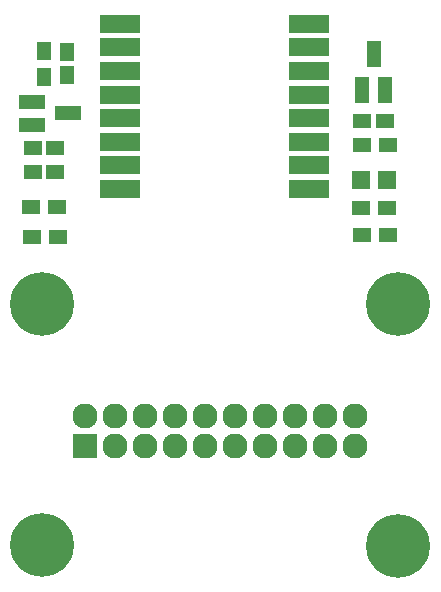
<source format=gbr>
G04 #@! TF.FileFunction,Soldermask,Top*
%FSLAX46Y46*%
G04 Gerber Fmt 4.6, Leading zero omitted, Abs format (unit mm)*
G04 Created by KiCad (PCBNEW 4.0.6) date 07/10/17 09:04:08*
%MOMM*%
%LPD*%
G01*
G04 APERTURE LIST*
%ADD10C,0.100000*%
%ADD11C,5.400000*%
%ADD12R,2.127200X2.127200*%
%ADD13O,2.127200X2.127200*%
%ADD14R,3.400000X1.600000*%
%ADD15R,1.150000X1.600000*%
%ADD16R,1.600000X1.150000*%
%ADD17R,1.600000X1.600000*%
%ADD18R,2.300000X1.200000*%
%ADD19R,1.200000X2.300000*%
%ADD20R,1.300000X1.600000*%
%ADD21R,1.600000X1.300000*%
G04 APERTURE END LIST*
D10*
D11*
X164590000Y-144750000D03*
X134450000Y-144690000D03*
D12*
X138060000Y-136280000D03*
D13*
X138060000Y-133740000D03*
X140600000Y-136280000D03*
X140600000Y-133740000D03*
X143140000Y-136280000D03*
X143140000Y-133740000D03*
X145680000Y-136280000D03*
X145680000Y-133740000D03*
X148220000Y-136280000D03*
X148220000Y-133740000D03*
X150760000Y-136280000D03*
X150760000Y-133740000D03*
X153300000Y-136280000D03*
X153300000Y-133740000D03*
X155840000Y-136280000D03*
X155840000Y-133740000D03*
X158380000Y-136280000D03*
X158380000Y-133740000D03*
X160920000Y-136280000D03*
X160920000Y-133740000D03*
D14*
X141031100Y-114523600D03*
X157031100Y-114523600D03*
X141031100Y-112523600D03*
X157031100Y-112523600D03*
X141031100Y-110523600D03*
X157031100Y-110523600D03*
X141031100Y-108523600D03*
X157031100Y-108523600D03*
X141031100Y-106523600D03*
X157031100Y-106523600D03*
X141031100Y-104523600D03*
X157031100Y-104523600D03*
X141031100Y-102523600D03*
X157031100Y-102523600D03*
X141031100Y-100523600D03*
X157031100Y-100523600D03*
D11*
X164590000Y-124280000D03*
X134450000Y-124280000D03*
D15*
X136550000Y-102940000D03*
X136550000Y-104840000D03*
D16*
X161550000Y-108740000D03*
X163450000Y-108740000D03*
X135520000Y-111020000D03*
X133620000Y-111020000D03*
X135520000Y-113120000D03*
X133620000Y-113120000D03*
D17*
X161400000Y-113770000D03*
X163600000Y-113770000D03*
D18*
X133600000Y-107180000D03*
X133600000Y-109080000D03*
X136600000Y-108130000D03*
D19*
X161550000Y-106120000D03*
X163450000Y-106120000D03*
X162500000Y-103120000D03*
D20*
X134610000Y-105070000D03*
X134610000Y-102870000D03*
D21*
X135750000Y-118570000D03*
X133550000Y-118570000D03*
X161550000Y-110830000D03*
X163750000Y-110830000D03*
X133510000Y-116050000D03*
X135710000Y-116050000D03*
X161510000Y-118410000D03*
X163710000Y-118410000D03*
X163600000Y-116170000D03*
X161400000Y-116170000D03*
M02*

</source>
